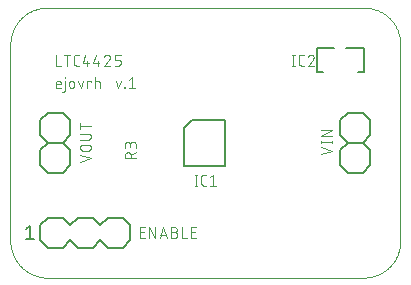
<source format=gto>
G75*
%MOIN*%
%OFA0B0*%
%FSLAX25Y25*%
%IPPOS*%
%LPD*%
%AMOC8*
5,1,8,0,0,1.08239X$1,22.5*
%
%ADD10C,0.00394*%
%ADD11C,0.00400*%
%ADD12C,0.00300*%
%ADD13C,0.00500*%
%ADD14C,0.00600*%
D10*
X0014300Y0023933D02*
X0014001Y0023931D01*
X0013702Y0023936D01*
X0013403Y0023949D01*
X0013105Y0023969D01*
X0012807Y0023996D01*
X0012510Y0024030D01*
X0012214Y0024072D01*
X0011919Y0024121D01*
X0011625Y0024177D01*
X0011333Y0024240D01*
X0011042Y0024310D01*
X0010753Y0024388D01*
X0010466Y0024472D01*
X0010181Y0024563D01*
X0009899Y0024661D01*
X0009619Y0024766D01*
X0009342Y0024878D01*
X0009067Y0024997D01*
X0008796Y0025122D01*
X0008527Y0025254D01*
X0008262Y0025392D01*
X0008000Y0025537D01*
X0007742Y0025688D01*
X0007488Y0025845D01*
X0007237Y0026009D01*
X0006991Y0026178D01*
X0006749Y0026353D01*
X0006511Y0026535D01*
X0006278Y0026722D01*
X0006049Y0026914D01*
X0005825Y0027113D01*
X0005606Y0027316D01*
X0005392Y0027525D01*
X0005183Y0027739D01*
X0004980Y0027958D01*
X0004781Y0028182D01*
X0004589Y0028411D01*
X0004402Y0028644D01*
X0004220Y0028882D01*
X0004045Y0029124D01*
X0003876Y0029370D01*
X0003712Y0029621D01*
X0003555Y0029875D01*
X0003404Y0030133D01*
X0003259Y0030395D01*
X0003121Y0030660D01*
X0002989Y0030929D01*
X0002864Y0031200D01*
X0002745Y0031475D01*
X0002633Y0031752D01*
X0002528Y0032032D01*
X0002430Y0032314D01*
X0002339Y0032599D01*
X0002255Y0032886D01*
X0002177Y0033175D01*
X0002107Y0033466D01*
X0002044Y0033758D01*
X0001988Y0034052D01*
X0001939Y0034347D01*
X0001897Y0034643D01*
X0001863Y0034940D01*
X0001836Y0035238D01*
X0001816Y0035536D01*
X0001803Y0035835D01*
X0001798Y0036134D01*
X0001800Y0036433D01*
X0001800Y0101433D02*
X0001798Y0101732D01*
X0001803Y0102031D01*
X0001816Y0102330D01*
X0001836Y0102628D01*
X0001863Y0102926D01*
X0001897Y0103223D01*
X0001939Y0103519D01*
X0001988Y0103814D01*
X0002044Y0104108D01*
X0002107Y0104400D01*
X0002177Y0104691D01*
X0002255Y0104980D01*
X0002339Y0105267D01*
X0002430Y0105552D01*
X0002528Y0105834D01*
X0002633Y0106114D01*
X0002745Y0106391D01*
X0002864Y0106666D01*
X0002989Y0106937D01*
X0003121Y0107206D01*
X0003259Y0107471D01*
X0003404Y0107733D01*
X0003555Y0107991D01*
X0003712Y0108245D01*
X0003876Y0108496D01*
X0004045Y0108742D01*
X0004220Y0108984D01*
X0004402Y0109222D01*
X0004589Y0109455D01*
X0004781Y0109684D01*
X0004980Y0109908D01*
X0005183Y0110127D01*
X0005392Y0110341D01*
X0005606Y0110550D01*
X0005825Y0110753D01*
X0006049Y0110952D01*
X0006278Y0111144D01*
X0006511Y0111331D01*
X0006749Y0111513D01*
X0006991Y0111688D01*
X0007237Y0111857D01*
X0007488Y0112021D01*
X0007742Y0112178D01*
X0008000Y0112329D01*
X0008262Y0112474D01*
X0008527Y0112612D01*
X0008796Y0112744D01*
X0009067Y0112869D01*
X0009342Y0112988D01*
X0009619Y0113100D01*
X0009899Y0113205D01*
X0010181Y0113303D01*
X0010466Y0113394D01*
X0010753Y0113478D01*
X0011042Y0113556D01*
X0011333Y0113626D01*
X0011625Y0113689D01*
X0011919Y0113745D01*
X0012214Y0113794D01*
X0012510Y0113836D01*
X0012807Y0113870D01*
X0013105Y0113897D01*
X0013403Y0113917D01*
X0013702Y0113930D01*
X0014001Y0113935D01*
X0014300Y0113933D01*
X0119300Y0113933D02*
X0119599Y0113935D01*
X0119898Y0113930D01*
X0120197Y0113917D01*
X0120495Y0113897D01*
X0120793Y0113870D01*
X0121090Y0113836D01*
X0121386Y0113794D01*
X0121681Y0113745D01*
X0121975Y0113689D01*
X0122267Y0113626D01*
X0122558Y0113556D01*
X0122847Y0113478D01*
X0123134Y0113394D01*
X0123419Y0113303D01*
X0123701Y0113205D01*
X0123981Y0113100D01*
X0124258Y0112988D01*
X0124533Y0112869D01*
X0124804Y0112744D01*
X0125073Y0112612D01*
X0125338Y0112474D01*
X0125600Y0112329D01*
X0125858Y0112178D01*
X0126112Y0112021D01*
X0126363Y0111857D01*
X0126609Y0111688D01*
X0126851Y0111513D01*
X0127089Y0111331D01*
X0127322Y0111144D01*
X0127551Y0110952D01*
X0127775Y0110753D01*
X0127994Y0110550D01*
X0128208Y0110341D01*
X0128417Y0110127D01*
X0128620Y0109908D01*
X0128819Y0109684D01*
X0129011Y0109455D01*
X0129198Y0109222D01*
X0129380Y0108984D01*
X0129555Y0108742D01*
X0129724Y0108496D01*
X0129888Y0108245D01*
X0130045Y0107991D01*
X0130196Y0107733D01*
X0130341Y0107471D01*
X0130479Y0107206D01*
X0130611Y0106937D01*
X0130736Y0106666D01*
X0130855Y0106391D01*
X0130967Y0106114D01*
X0131072Y0105834D01*
X0131170Y0105552D01*
X0131261Y0105267D01*
X0131345Y0104980D01*
X0131423Y0104691D01*
X0131493Y0104400D01*
X0131556Y0104108D01*
X0131612Y0103814D01*
X0131661Y0103519D01*
X0131703Y0103223D01*
X0131737Y0102926D01*
X0131764Y0102628D01*
X0131784Y0102330D01*
X0131797Y0102031D01*
X0131802Y0101732D01*
X0131800Y0101433D01*
X0131800Y0036433D02*
X0131802Y0036134D01*
X0131797Y0035835D01*
X0131784Y0035536D01*
X0131764Y0035238D01*
X0131737Y0034940D01*
X0131703Y0034643D01*
X0131661Y0034347D01*
X0131612Y0034052D01*
X0131556Y0033758D01*
X0131493Y0033466D01*
X0131423Y0033175D01*
X0131345Y0032886D01*
X0131261Y0032599D01*
X0131170Y0032314D01*
X0131072Y0032032D01*
X0130967Y0031752D01*
X0130855Y0031475D01*
X0130736Y0031200D01*
X0130611Y0030929D01*
X0130479Y0030660D01*
X0130341Y0030395D01*
X0130196Y0030133D01*
X0130045Y0029875D01*
X0129888Y0029621D01*
X0129724Y0029370D01*
X0129555Y0029124D01*
X0129380Y0028882D01*
X0129198Y0028644D01*
X0129011Y0028411D01*
X0128819Y0028182D01*
X0128620Y0027958D01*
X0128417Y0027739D01*
X0128208Y0027525D01*
X0127994Y0027316D01*
X0127775Y0027113D01*
X0127551Y0026914D01*
X0127322Y0026722D01*
X0127089Y0026535D01*
X0126851Y0026353D01*
X0126609Y0026178D01*
X0126363Y0026009D01*
X0126112Y0025845D01*
X0125858Y0025688D01*
X0125600Y0025537D01*
X0125338Y0025392D01*
X0125073Y0025254D01*
X0124804Y0025122D01*
X0124533Y0024997D01*
X0124258Y0024878D01*
X0123981Y0024766D01*
X0123701Y0024661D01*
X0123419Y0024563D01*
X0123134Y0024472D01*
X0122847Y0024388D01*
X0122558Y0024310D01*
X0122267Y0024240D01*
X0121975Y0024177D01*
X0121681Y0024121D01*
X0121386Y0024072D01*
X0121090Y0024030D01*
X0120793Y0023996D01*
X0120495Y0023969D01*
X0120197Y0023949D01*
X0119898Y0023936D01*
X0119599Y0023931D01*
X0119300Y0023933D01*
D11*
X0014300Y0023933D01*
X0001800Y0036433D02*
X0001800Y0101433D01*
X0014300Y0113933D02*
X0119300Y0113933D01*
X0131800Y0101433D02*
X0131800Y0036433D01*
D12*
X0108919Y0066214D02*
X0105281Y0065002D01*
X0105281Y0067427D02*
X0108919Y0066214D01*
X0108919Y0068645D02*
X0108919Y0069453D01*
X0108919Y0069049D02*
X0105281Y0069049D01*
X0105281Y0068645D02*
X0105281Y0069453D01*
X0105281Y0070992D02*
X0108919Y0073012D01*
X0105281Y0073012D01*
X0105281Y0070992D02*
X0108919Y0070992D01*
X0102901Y0094615D02*
X0100880Y0094615D01*
X0102598Y0096635D01*
X0101992Y0098251D02*
X0101925Y0098249D01*
X0101859Y0098243D01*
X0101793Y0098234D01*
X0101727Y0098221D01*
X0101663Y0098204D01*
X0101599Y0098183D01*
X0101537Y0098159D01*
X0101476Y0098131D01*
X0101417Y0098100D01*
X0101360Y0098065D01*
X0101305Y0098028D01*
X0101252Y0097987D01*
X0101202Y0097943D01*
X0101154Y0097897D01*
X0101109Y0097847D01*
X0101067Y0097796D01*
X0101027Y0097742D01*
X0100991Y0097685D01*
X0100959Y0097627D01*
X0100929Y0097567D01*
X0100903Y0097506D01*
X0100881Y0097443D01*
X0102598Y0096635D02*
X0102641Y0096678D01*
X0102680Y0096724D01*
X0102717Y0096772D01*
X0102751Y0096823D01*
X0102782Y0096875D01*
X0102810Y0096929D01*
X0102834Y0096985D01*
X0102854Y0097043D01*
X0102871Y0097101D01*
X0102884Y0097160D01*
X0102893Y0097221D01*
X0102899Y0097281D01*
X0102901Y0097342D01*
X0102899Y0097401D01*
X0102893Y0097461D01*
X0102884Y0097519D01*
X0102870Y0097577D01*
X0102853Y0097634D01*
X0102832Y0097690D01*
X0102807Y0097744D01*
X0102779Y0097797D01*
X0102748Y0097847D01*
X0102713Y0097895D01*
X0102675Y0097941D01*
X0102635Y0097985D01*
X0102591Y0098025D01*
X0102545Y0098063D01*
X0102497Y0098098D01*
X0102447Y0098129D01*
X0102394Y0098157D01*
X0102340Y0098182D01*
X0102284Y0098203D01*
X0102227Y0098220D01*
X0102169Y0098234D01*
X0102111Y0098243D01*
X0102051Y0098249D01*
X0101992Y0098251D01*
X0099534Y0098252D02*
X0098726Y0098252D01*
X0098726Y0098251D02*
X0098671Y0098249D01*
X0098616Y0098243D01*
X0098562Y0098234D01*
X0098508Y0098221D01*
X0098455Y0098204D01*
X0098404Y0098184D01*
X0098354Y0098160D01*
X0098306Y0098133D01*
X0098260Y0098103D01*
X0098216Y0098070D01*
X0098174Y0098034D01*
X0098135Y0097994D01*
X0098099Y0097953D01*
X0098066Y0097909D01*
X0098036Y0097863D01*
X0098009Y0097815D01*
X0097985Y0097765D01*
X0097965Y0097714D01*
X0097948Y0097661D01*
X0097935Y0097607D01*
X0097926Y0097553D01*
X0097920Y0097498D01*
X0097918Y0097443D01*
X0097918Y0095423D01*
X0097920Y0095368D01*
X0097926Y0095313D01*
X0097935Y0095259D01*
X0097948Y0095205D01*
X0097965Y0095152D01*
X0097985Y0095101D01*
X0098009Y0095051D01*
X0098036Y0095003D01*
X0098066Y0094957D01*
X0098099Y0094913D01*
X0098135Y0094871D01*
X0098174Y0094832D01*
X0098216Y0094796D01*
X0098260Y0094763D01*
X0098306Y0094733D01*
X0098354Y0094706D01*
X0098404Y0094682D01*
X0098455Y0094662D01*
X0098508Y0094645D01*
X0098562Y0094632D01*
X0098616Y0094623D01*
X0098671Y0094617D01*
X0098726Y0094615D01*
X0099534Y0094615D01*
X0096507Y0094615D02*
X0095699Y0094615D01*
X0096103Y0094615D02*
X0096103Y0098252D01*
X0095699Y0098252D02*
X0096507Y0098252D01*
X0043375Y0087115D02*
X0041354Y0087115D01*
X0042364Y0087115D02*
X0042364Y0090752D01*
X0041354Y0089943D01*
X0038566Y0089539D02*
X0037758Y0087115D01*
X0036950Y0089539D01*
X0039783Y0087317D02*
X0039985Y0087317D01*
X0039985Y0087115D01*
X0039783Y0087115D01*
X0039783Y0087317D01*
X0031559Y0087115D02*
X0031559Y0088933D01*
X0031558Y0088933D02*
X0031556Y0088981D01*
X0031551Y0089028D01*
X0031541Y0089074D01*
X0031528Y0089120D01*
X0031512Y0089165D01*
X0031492Y0089208D01*
X0031469Y0089250D01*
X0031442Y0089289D01*
X0031413Y0089327D01*
X0031381Y0089362D01*
X0031346Y0089394D01*
X0031308Y0089423D01*
X0031269Y0089450D01*
X0031227Y0089473D01*
X0031184Y0089493D01*
X0031139Y0089509D01*
X0031093Y0089522D01*
X0031047Y0089532D01*
X0031000Y0089537D01*
X0030952Y0089539D01*
X0029942Y0089539D01*
X0029942Y0090752D02*
X0029942Y0087115D01*
X0028694Y0089135D02*
X0028694Y0089539D01*
X0027482Y0089539D01*
X0027482Y0087115D01*
X0025199Y0087115D02*
X0026007Y0089539D01*
X0024391Y0089539D02*
X0025199Y0087115D01*
X0023055Y0087923D02*
X0023055Y0088731D01*
X0023054Y0088731D02*
X0023052Y0088786D01*
X0023046Y0088841D01*
X0023037Y0088895D01*
X0023024Y0088949D01*
X0023007Y0089002D01*
X0022987Y0089053D01*
X0022963Y0089103D01*
X0022936Y0089151D01*
X0022906Y0089197D01*
X0022873Y0089241D01*
X0022837Y0089283D01*
X0022798Y0089322D01*
X0022756Y0089358D01*
X0022712Y0089391D01*
X0022666Y0089421D01*
X0022618Y0089448D01*
X0022568Y0089472D01*
X0022517Y0089492D01*
X0022464Y0089509D01*
X0022410Y0089522D01*
X0022356Y0089531D01*
X0022301Y0089537D01*
X0022246Y0089539D01*
X0022191Y0089537D01*
X0022136Y0089531D01*
X0022082Y0089522D01*
X0022028Y0089509D01*
X0021975Y0089492D01*
X0021924Y0089472D01*
X0021874Y0089448D01*
X0021826Y0089421D01*
X0021780Y0089391D01*
X0021736Y0089358D01*
X0021694Y0089322D01*
X0021655Y0089283D01*
X0021619Y0089241D01*
X0021586Y0089197D01*
X0021556Y0089151D01*
X0021529Y0089103D01*
X0021505Y0089053D01*
X0021485Y0089002D01*
X0021468Y0088949D01*
X0021455Y0088895D01*
X0021446Y0088841D01*
X0021440Y0088786D01*
X0021438Y0088731D01*
X0021438Y0087923D01*
X0021440Y0087868D01*
X0021446Y0087813D01*
X0021455Y0087759D01*
X0021468Y0087705D01*
X0021485Y0087652D01*
X0021505Y0087601D01*
X0021529Y0087551D01*
X0021556Y0087503D01*
X0021586Y0087457D01*
X0021619Y0087413D01*
X0021655Y0087371D01*
X0021694Y0087332D01*
X0021736Y0087296D01*
X0021780Y0087263D01*
X0021826Y0087233D01*
X0021874Y0087206D01*
X0021924Y0087182D01*
X0021975Y0087162D01*
X0022028Y0087145D01*
X0022082Y0087132D01*
X0022136Y0087123D01*
X0022191Y0087117D01*
X0022246Y0087115D01*
X0022301Y0087117D01*
X0022356Y0087123D01*
X0022410Y0087132D01*
X0022464Y0087145D01*
X0022517Y0087162D01*
X0022568Y0087182D01*
X0022618Y0087206D01*
X0022666Y0087233D01*
X0022712Y0087263D01*
X0022756Y0087296D01*
X0022798Y0087332D01*
X0022837Y0087371D01*
X0022873Y0087413D01*
X0022906Y0087457D01*
X0022936Y0087503D01*
X0022963Y0087551D01*
X0022987Y0087601D01*
X0023007Y0087652D01*
X0023024Y0087705D01*
X0023037Y0087759D01*
X0023046Y0087813D01*
X0023052Y0087868D01*
X0023054Y0087923D01*
X0019943Y0086508D02*
X0019943Y0089539D01*
X0020044Y0090550D02*
X0019841Y0090550D01*
X0019841Y0090752D01*
X0020044Y0090752D01*
X0020044Y0090550D01*
X0018566Y0088731D02*
X0018566Y0088327D01*
X0016950Y0088327D01*
X0016950Y0088731D02*
X0016950Y0087721D01*
X0016952Y0087673D01*
X0016957Y0087626D01*
X0016967Y0087580D01*
X0016980Y0087534D01*
X0016996Y0087489D01*
X0017016Y0087446D01*
X0017039Y0087404D01*
X0017066Y0087365D01*
X0017095Y0087327D01*
X0017127Y0087292D01*
X0017162Y0087260D01*
X0017200Y0087231D01*
X0017239Y0087204D01*
X0017281Y0087181D01*
X0017324Y0087161D01*
X0017369Y0087145D01*
X0017415Y0087132D01*
X0017461Y0087122D01*
X0017508Y0087117D01*
X0017556Y0087115D01*
X0018566Y0087115D01*
X0019336Y0085902D02*
X0019384Y0085904D01*
X0019431Y0085909D01*
X0019477Y0085919D01*
X0019523Y0085932D01*
X0019568Y0085948D01*
X0019611Y0085968D01*
X0019653Y0085991D01*
X0019692Y0086018D01*
X0019730Y0086047D01*
X0019765Y0086079D01*
X0019797Y0086114D01*
X0019826Y0086152D01*
X0019853Y0086191D01*
X0019876Y0086233D01*
X0019896Y0086276D01*
X0019912Y0086321D01*
X0019925Y0086367D01*
X0019935Y0086413D01*
X0019940Y0086460D01*
X0019942Y0086508D01*
X0019336Y0085902D02*
X0019134Y0085902D01*
X0018566Y0088731D02*
X0018564Y0088786D01*
X0018558Y0088841D01*
X0018549Y0088895D01*
X0018536Y0088949D01*
X0018519Y0089002D01*
X0018499Y0089053D01*
X0018475Y0089103D01*
X0018448Y0089151D01*
X0018418Y0089197D01*
X0018385Y0089241D01*
X0018349Y0089283D01*
X0018310Y0089322D01*
X0018268Y0089358D01*
X0018224Y0089391D01*
X0018178Y0089421D01*
X0018130Y0089448D01*
X0018080Y0089472D01*
X0018029Y0089492D01*
X0017976Y0089509D01*
X0017922Y0089522D01*
X0017868Y0089531D01*
X0017813Y0089537D01*
X0017758Y0089539D01*
X0017703Y0089537D01*
X0017648Y0089531D01*
X0017594Y0089522D01*
X0017540Y0089509D01*
X0017487Y0089492D01*
X0017436Y0089472D01*
X0017386Y0089448D01*
X0017338Y0089421D01*
X0017292Y0089391D01*
X0017248Y0089358D01*
X0017206Y0089322D01*
X0017167Y0089283D01*
X0017131Y0089241D01*
X0017098Y0089197D01*
X0017068Y0089151D01*
X0017041Y0089103D01*
X0017017Y0089053D01*
X0016997Y0089002D01*
X0016980Y0088949D01*
X0016967Y0088895D01*
X0016958Y0088841D01*
X0016952Y0088786D01*
X0016950Y0088731D01*
X0016950Y0094615D02*
X0018566Y0094615D01*
X0016950Y0094615D02*
X0016950Y0098252D01*
X0019660Y0098252D02*
X0021680Y0098252D01*
X0020670Y0098252D02*
X0020670Y0094615D01*
X0022957Y0095423D02*
X0022957Y0097443D01*
X0022959Y0097498D01*
X0022965Y0097553D01*
X0022974Y0097607D01*
X0022987Y0097661D01*
X0023004Y0097714D01*
X0023024Y0097765D01*
X0023048Y0097815D01*
X0023075Y0097863D01*
X0023105Y0097909D01*
X0023138Y0097953D01*
X0023174Y0097994D01*
X0023213Y0098034D01*
X0023255Y0098070D01*
X0023299Y0098103D01*
X0023345Y0098133D01*
X0023393Y0098160D01*
X0023443Y0098184D01*
X0023494Y0098204D01*
X0023547Y0098221D01*
X0023601Y0098234D01*
X0023655Y0098243D01*
X0023710Y0098249D01*
X0023765Y0098251D01*
X0023765Y0098252D02*
X0024573Y0098252D01*
X0026728Y0098252D02*
X0025920Y0095423D01*
X0027940Y0095423D01*
X0027334Y0096231D02*
X0027334Y0094615D01*
X0024573Y0094615D02*
X0023765Y0094615D01*
X0023710Y0094617D01*
X0023655Y0094623D01*
X0023601Y0094632D01*
X0023547Y0094645D01*
X0023494Y0094662D01*
X0023443Y0094682D01*
X0023393Y0094706D01*
X0023345Y0094733D01*
X0023299Y0094763D01*
X0023255Y0094796D01*
X0023213Y0094832D01*
X0023174Y0094871D01*
X0023138Y0094913D01*
X0023105Y0094957D01*
X0023075Y0095003D01*
X0023048Y0095051D01*
X0023024Y0095101D01*
X0023004Y0095152D01*
X0022987Y0095205D01*
X0022974Y0095259D01*
X0022965Y0095313D01*
X0022959Y0095368D01*
X0022957Y0095423D01*
X0029463Y0095423D02*
X0031483Y0095423D01*
X0030877Y0096231D02*
X0030877Y0094615D01*
X0029463Y0095423D02*
X0030271Y0098252D01*
X0034724Y0096635D02*
X0034767Y0096678D01*
X0034806Y0096724D01*
X0034843Y0096772D01*
X0034877Y0096823D01*
X0034908Y0096875D01*
X0034936Y0096929D01*
X0034960Y0096985D01*
X0034980Y0097043D01*
X0034997Y0097101D01*
X0035010Y0097160D01*
X0035019Y0097221D01*
X0035025Y0097281D01*
X0035027Y0097342D01*
X0034724Y0096635D02*
X0033006Y0094615D01*
X0035027Y0094615D01*
X0036549Y0094615D02*
X0037762Y0094615D01*
X0037817Y0094617D01*
X0037872Y0094623D01*
X0037926Y0094632D01*
X0037980Y0094645D01*
X0038033Y0094662D01*
X0038084Y0094682D01*
X0038134Y0094706D01*
X0038182Y0094733D01*
X0038228Y0094763D01*
X0038272Y0094796D01*
X0038313Y0094832D01*
X0038353Y0094871D01*
X0038389Y0094913D01*
X0038422Y0094957D01*
X0038452Y0095003D01*
X0038479Y0095051D01*
X0038503Y0095101D01*
X0038523Y0095152D01*
X0038540Y0095205D01*
X0038553Y0095259D01*
X0038562Y0095313D01*
X0038568Y0095368D01*
X0038570Y0095423D01*
X0038570Y0095827D01*
X0038568Y0095882D01*
X0038562Y0095937D01*
X0038553Y0095991D01*
X0038540Y0096045D01*
X0038523Y0096098D01*
X0038503Y0096149D01*
X0038479Y0096199D01*
X0038452Y0096247D01*
X0038422Y0096293D01*
X0038389Y0096337D01*
X0038353Y0096379D01*
X0038314Y0096418D01*
X0038272Y0096454D01*
X0038228Y0096487D01*
X0038182Y0096517D01*
X0038134Y0096544D01*
X0038084Y0096568D01*
X0038033Y0096588D01*
X0037980Y0096605D01*
X0037926Y0096618D01*
X0037872Y0096627D01*
X0037817Y0096633D01*
X0037762Y0096635D01*
X0036549Y0096635D01*
X0036549Y0098252D01*
X0038570Y0098252D01*
X0035026Y0097342D02*
X0035024Y0097401D01*
X0035018Y0097461D01*
X0035009Y0097519D01*
X0034995Y0097577D01*
X0034978Y0097634D01*
X0034957Y0097690D01*
X0034932Y0097744D01*
X0034904Y0097797D01*
X0034873Y0097847D01*
X0034838Y0097895D01*
X0034800Y0097941D01*
X0034760Y0097985D01*
X0034716Y0098025D01*
X0034670Y0098063D01*
X0034622Y0098098D01*
X0034572Y0098129D01*
X0034519Y0098157D01*
X0034465Y0098182D01*
X0034409Y0098203D01*
X0034352Y0098220D01*
X0034294Y0098234D01*
X0034236Y0098243D01*
X0034176Y0098249D01*
X0034117Y0098251D01*
X0034050Y0098249D01*
X0033984Y0098243D01*
X0033918Y0098234D01*
X0033852Y0098221D01*
X0033788Y0098204D01*
X0033724Y0098183D01*
X0033662Y0098159D01*
X0033601Y0098131D01*
X0033542Y0098100D01*
X0033485Y0098065D01*
X0033430Y0098028D01*
X0033377Y0097987D01*
X0033327Y0097943D01*
X0033279Y0097897D01*
X0033234Y0097847D01*
X0033192Y0097796D01*
X0033152Y0097742D01*
X0033116Y0097685D01*
X0033084Y0097627D01*
X0033054Y0097567D01*
X0033028Y0097506D01*
X0033006Y0097443D01*
X0024981Y0075359D02*
X0024981Y0073339D01*
X0024981Y0074349D02*
X0028619Y0074349D01*
X0027608Y0071934D02*
X0024981Y0071934D01*
X0027608Y0071934D02*
X0027670Y0071932D01*
X0027732Y0071926D01*
X0027794Y0071917D01*
X0027854Y0071903D01*
X0027914Y0071886D01*
X0027973Y0071866D01*
X0028030Y0071842D01*
X0028086Y0071814D01*
X0028140Y0071783D01*
X0028192Y0071748D01*
X0028241Y0071711D01*
X0028288Y0071670D01*
X0028333Y0071627D01*
X0028375Y0071581D01*
X0028414Y0071533D01*
X0028450Y0071482D01*
X0028483Y0071429D01*
X0028512Y0071374D01*
X0028538Y0071318D01*
X0028561Y0071260D01*
X0028579Y0071200D01*
X0028595Y0071140D01*
X0028606Y0071079D01*
X0028614Y0071017D01*
X0028618Y0070955D01*
X0028618Y0070893D01*
X0028614Y0070831D01*
X0028606Y0070769D01*
X0028595Y0070708D01*
X0028579Y0070648D01*
X0028561Y0070588D01*
X0028538Y0070530D01*
X0028512Y0070474D01*
X0028483Y0070419D01*
X0028450Y0070366D01*
X0028414Y0070315D01*
X0028375Y0070267D01*
X0028333Y0070221D01*
X0028288Y0070178D01*
X0028241Y0070137D01*
X0028192Y0070100D01*
X0028140Y0070065D01*
X0028086Y0070034D01*
X0028030Y0070006D01*
X0027973Y0069982D01*
X0027914Y0069962D01*
X0027854Y0069945D01*
X0027794Y0069931D01*
X0027732Y0069922D01*
X0027670Y0069916D01*
X0027608Y0069914D01*
X0024981Y0069914D01*
X0025992Y0068273D02*
X0027608Y0068273D01*
X0027608Y0068272D02*
X0027670Y0068270D01*
X0027732Y0068264D01*
X0027794Y0068255D01*
X0027854Y0068241D01*
X0027914Y0068224D01*
X0027973Y0068204D01*
X0028030Y0068180D01*
X0028086Y0068152D01*
X0028140Y0068121D01*
X0028192Y0068086D01*
X0028241Y0068049D01*
X0028288Y0068008D01*
X0028333Y0067965D01*
X0028375Y0067919D01*
X0028414Y0067871D01*
X0028450Y0067820D01*
X0028483Y0067767D01*
X0028512Y0067712D01*
X0028538Y0067656D01*
X0028561Y0067598D01*
X0028579Y0067538D01*
X0028595Y0067478D01*
X0028606Y0067417D01*
X0028614Y0067355D01*
X0028618Y0067293D01*
X0028618Y0067231D01*
X0028614Y0067169D01*
X0028606Y0067107D01*
X0028595Y0067046D01*
X0028579Y0066986D01*
X0028561Y0066926D01*
X0028538Y0066868D01*
X0028512Y0066812D01*
X0028483Y0066757D01*
X0028450Y0066704D01*
X0028414Y0066653D01*
X0028375Y0066605D01*
X0028333Y0066559D01*
X0028288Y0066516D01*
X0028241Y0066475D01*
X0028192Y0066438D01*
X0028140Y0066403D01*
X0028086Y0066372D01*
X0028030Y0066344D01*
X0027973Y0066320D01*
X0027914Y0066300D01*
X0027854Y0066283D01*
X0027794Y0066269D01*
X0027732Y0066260D01*
X0027670Y0066254D01*
X0027608Y0066252D01*
X0025992Y0066252D01*
X0025930Y0066254D01*
X0025868Y0066260D01*
X0025806Y0066269D01*
X0025746Y0066283D01*
X0025686Y0066300D01*
X0025627Y0066320D01*
X0025570Y0066344D01*
X0025514Y0066372D01*
X0025460Y0066403D01*
X0025408Y0066438D01*
X0025359Y0066475D01*
X0025312Y0066516D01*
X0025267Y0066559D01*
X0025225Y0066605D01*
X0025186Y0066653D01*
X0025150Y0066704D01*
X0025117Y0066757D01*
X0025088Y0066812D01*
X0025062Y0066868D01*
X0025039Y0066926D01*
X0025021Y0066986D01*
X0025005Y0067046D01*
X0024994Y0067107D01*
X0024986Y0067169D01*
X0024982Y0067231D01*
X0024982Y0067293D01*
X0024986Y0067355D01*
X0024994Y0067417D01*
X0025005Y0067478D01*
X0025021Y0067538D01*
X0025039Y0067598D01*
X0025062Y0067656D01*
X0025088Y0067712D01*
X0025117Y0067767D01*
X0025150Y0067820D01*
X0025186Y0067871D01*
X0025225Y0067919D01*
X0025267Y0067965D01*
X0025312Y0068008D01*
X0025359Y0068049D01*
X0025408Y0068086D01*
X0025460Y0068121D01*
X0025514Y0068152D01*
X0025570Y0068180D01*
X0025627Y0068204D01*
X0025686Y0068224D01*
X0025746Y0068241D01*
X0025806Y0068255D01*
X0025868Y0068264D01*
X0025930Y0068270D01*
X0025992Y0068272D01*
X0024981Y0064931D02*
X0028619Y0063719D01*
X0024981Y0062507D01*
X0039981Y0063662D02*
X0039981Y0064673D01*
X0039981Y0063662D02*
X0043619Y0063662D01*
X0042002Y0063662D02*
X0042002Y0064673D01*
X0042002Y0064875D02*
X0043619Y0065683D01*
X0042002Y0064673D02*
X0042000Y0064735D01*
X0041994Y0064797D01*
X0041985Y0064859D01*
X0041971Y0064919D01*
X0041954Y0064979D01*
X0041934Y0065038D01*
X0041910Y0065095D01*
X0041882Y0065151D01*
X0041851Y0065205D01*
X0041816Y0065257D01*
X0041779Y0065306D01*
X0041738Y0065353D01*
X0041695Y0065398D01*
X0041649Y0065440D01*
X0041601Y0065479D01*
X0041550Y0065515D01*
X0041497Y0065548D01*
X0041442Y0065577D01*
X0041386Y0065603D01*
X0041328Y0065626D01*
X0041268Y0065644D01*
X0041208Y0065660D01*
X0041147Y0065671D01*
X0041085Y0065679D01*
X0041023Y0065683D01*
X0040961Y0065683D01*
X0040899Y0065679D01*
X0040837Y0065671D01*
X0040776Y0065660D01*
X0040716Y0065644D01*
X0040656Y0065626D01*
X0040598Y0065603D01*
X0040542Y0065577D01*
X0040487Y0065548D01*
X0040434Y0065515D01*
X0040383Y0065479D01*
X0040335Y0065440D01*
X0040289Y0065398D01*
X0040246Y0065353D01*
X0040205Y0065306D01*
X0040168Y0065257D01*
X0040133Y0065205D01*
X0040102Y0065151D01*
X0040074Y0065095D01*
X0040050Y0065038D01*
X0040030Y0064979D01*
X0040013Y0064919D01*
X0039999Y0064859D01*
X0039990Y0064797D01*
X0039984Y0064735D01*
X0039982Y0064673D01*
X0039981Y0067183D02*
X0039981Y0068396D01*
X0039982Y0068396D02*
X0039984Y0068451D01*
X0039990Y0068506D01*
X0039999Y0068560D01*
X0040012Y0068614D01*
X0040029Y0068667D01*
X0040049Y0068718D01*
X0040073Y0068768D01*
X0040100Y0068816D01*
X0040130Y0068862D01*
X0040163Y0068906D01*
X0040199Y0068948D01*
X0040238Y0068987D01*
X0040280Y0069023D01*
X0040324Y0069056D01*
X0040370Y0069086D01*
X0040418Y0069113D01*
X0040468Y0069137D01*
X0040519Y0069157D01*
X0040572Y0069174D01*
X0040626Y0069187D01*
X0040680Y0069196D01*
X0040735Y0069202D01*
X0040790Y0069204D01*
X0040845Y0069202D01*
X0040900Y0069196D01*
X0040954Y0069187D01*
X0041008Y0069174D01*
X0041061Y0069157D01*
X0041112Y0069137D01*
X0041162Y0069113D01*
X0041210Y0069086D01*
X0041256Y0069056D01*
X0041300Y0069023D01*
X0041342Y0068987D01*
X0041381Y0068948D01*
X0041417Y0068906D01*
X0041450Y0068862D01*
X0041480Y0068816D01*
X0041507Y0068768D01*
X0041531Y0068718D01*
X0041551Y0068667D01*
X0041568Y0068614D01*
X0041581Y0068560D01*
X0041590Y0068506D01*
X0041596Y0068451D01*
X0041598Y0068396D01*
X0041598Y0067587D01*
X0041598Y0068194D02*
X0041600Y0068256D01*
X0041606Y0068318D01*
X0041615Y0068380D01*
X0041629Y0068440D01*
X0041646Y0068500D01*
X0041666Y0068559D01*
X0041690Y0068616D01*
X0041718Y0068672D01*
X0041749Y0068726D01*
X0041784Y0068778D01*
X0041821Y0068827D01*
X0041862Y0068874D01*
X0041905Y0068919D01*
X0041951Y0068961D01*
X0041999Y0069000D01*
X0042050Y0069036D01*
X0042103Y0069069D01*
X0042158Y0069098D01*
X0042214Y0069124D01*
X0042272Y0069147D01*
X0042332Y0069165D01*
X0042392Y0069181D01*
X0042453Y0069192D01*
X0042515Y0069200D01*
X0042577Y0069204D01*
X0042639Y0069204D01*
X0042701Y0069200D01*
X0042763Y0069192D01*
X0042824Y0069181D01*
X0042884Y0069165D01*
X0042944Y0069147D01*
X0043002Y0069124D01*
X0043058Y0069098D01*
X0043113Y0069069D01*
X0043166Y0069036D01*
X0043217Y0069000D01*
X0043265Y0068961D01*
X0043311Y0068919D01*
X0043354Y0068874D01*
X0043395Y0068827D01*
X0043432Y0068778D01*
X0043467Y0068726D01*
X0043498Y0068672D01*
X0043526Y0068616D01*
X0043550Y0068559D01*
X0043570Y0068500D01*
X0043587Y0068440D01*
X0043601Y0068380D01*
X0043610Y0068318D01*
X0043616Y0068256D01*
X0043618Y0068194D01*
X0043619Y0068194D02*
X0043619Y0067183D01*
X0063199Y0058252D02*
X0064007Y0058252D01*
X0063603Y0058252D02*
X0063603Y0054615D01*
X0063199Y0054615D02*
X0064007Y0054615D01*
X0065418Y0055423D02*
X0065418Y0057443D01*
X0065420Y0057498D01*
X0065426Y0057553D01*
X0065435Y0057607D01*
X0065448Y0057661D01*
X0065465Y0057714D01*
X0065485Y0057765D01*
X0065509Y0057815D01*
X0065536Y0057863D01*
X0065566Y0057909D01*
X0065599Y0057953D01*
X0065635Y0057994D01*
X0065674Y0058034D01*
X0065716Y0058070D01*
X0065760Y0058103D01*
X0065806Y0058133D01*
X0065854Y0058160D01*
X0065904Y0058184D01*
X0065955Y0058204D01*
X0066008Y0058221D01*
X0066062Y0058234D01*
X0066116Y0058243D01*
X0066171Y0058249D01*
X0066226Y0058251D01*
X0066226Y0058252D02*
X0067034Y0058252D01*
X0068380Y0057443D02*
X0069391Y0058252D01*
X0069391Y0054615D01*
X0070401Y0054615D02*
X0068380Y0054615D01*
X0067034Y0054615D02*
X0066226Y0054615D01*
X0066171Y0054617D01*
X0066116Y0054623D01*
X0066062Y0054632D01*
X0066008Y0054645D01*
X0065955Y0054662D01*
X0065904Y0054682D01*
X0065854Y0054706D01*
X0065806Y0054733D01*
X0065760Y0054763D01*
X0065716Y0054796D01*
X0065674Y0054832D01*
X0065635Y0054871D01*
X0065599Y0054913D01*
X0065566Y0054957D01*
X0065536Y0055003D01*
X0065509Y0055051D01*
X0065485Y0055101D01*
X0065465Y0055152D01*
X0065448Y0055205D01*
X0065435Y0055259D01*
X0065426Y0055313D01*
X0065420Y0055368D01*
X0065418Y0055423D01*
X0063612Y0040752D02*
X0061996Y0040752D01*
X0061996Y0037115D01*
X0063612Y0037115D01*
X0063208Y0039135D02*
X0061996Y0039135D01*
X0060541Y0037115D02*
X0058925Y0037115D01*
X0058925Y0040752D01*
X0056436Y0040752D02*
X0055426Y0040752D01*
X0055426Y0037115D01*
X0056436Y0037115D01*
X0056498Y0037117D01*
X0056560Y0037123D01*
X0056622Y0037132D01*
X0056682Y0037146D01*
X0056742Y0037163D01*
X0056801Y0037183D01*
X0056858Y0037207D01*
X0056914Y0037235D01*
X0056968Y0037266D01*
X0057020Y0037301D01*
X0057069Y0037338D01*
X0057116Y0037379D01*
X0057161Y0037422D01*
X0057203Y0037468D01*
X0057242Y0037516D01*
X0057278Y0037567D01*
X0057311Y0037620D01*
X0057340Y0037675D01*
X0057366Y0037731D01*
X0057389Y0037789D01*
X0057407Y0037849D01*
X0057423Y0037909D01*
X0057434Y0037970D01*
X0057442Y0038032D01*
X0057446Y0038094D01*
X0057446Y0038156D01*
X0057442Y0038218D01*
X0057434Y0038280D01*
X0057423Y0038341D01*
X0057407Y0038401D01*
X0057389Y0038461D01*
X0057366Y0038519D01*
X0057340Y0038575D01*
X0057311Y0038630D01*
X0057278Y0038683D01*
X0057242Y0038734D01*
X0057203Y0038782D01*
X0057161Y0038828D01*
X0057116Y0038871D01*
X0057069Y0038912D01*
X0057020Y0038949D01*
X0056968Y0038984D01*
X0056914Y0039015D01*
X0056858Y0039043D01*
X0056801Y0039067D01*
X0056742Y0039087D01*
X0056682Y0039104D01*
X0056622Y0039118D01*
X0056560Y0039127D01*
X0056498Y0039133D01*
X0056436Y0039135D01*
X0055426Y0039135D01*
X0056436Y0039135D02*
X0056491Y0039137D01*
X0056546Y0039143D01*
X0056600Y0039152D01*
X0056654Y0039165D01*
X0056707Y0039182D01*
X0056758Y0039202D01*
X0056808Y0039226D01*
X0056856Y0039253D01*
X0056902Y0039283D01*
X0056946Y0039316D01*
X0056988Y0039352D01*
X0057027Y0039391D01*
X0057063Y0039433D01*
X0057096Y0039477D01*
X0057126Y0039523D01*
X0057153Y0039571D01*
X0057177Y0039621D01*
X0057197Y0039672D01*
X0057214Y0039725D01*
X0057227Y0039779D01*
X0057236Y0039833D01*
X0057242Y0039888D01*
X0057244Y0039943D01*
X0057242Y0039998D01*
X0057236Y0040053D01*
X0057227Y0040107D01*
X0057214Y0040161D01*
X0057197Y0040214D01*
X0057177Y0040265D01*
X0057153Y0040315D01*
X0057126Y0040363D01*
X0057096Y0040409D01*
X0057063Y0040453D01*
X0057027Y0040495D01*
X0056988Y0040534D01*
X0056946Y0040570D01*
X0056902Y0040603D01*
X0056856Y0040633D01*
X0056808Y0040660D01*
X0056758Y0040684D01*
X0056707Y0040704D01*
X0056654Y0040721D01*
X0056600Y0040734D01*
X0056546Y0040743D01*
X0056491Y0040749D01*
X0056436Y0040751D01*
X0052724Y0040752D02*
X0053936Y0037115D01*
X0053633Y0038024D02*
X0051814Y0038024D01*
X0051511Y0037115D02*
X0052724Y0040752D01*
X0050072Y0040752D02*
X0050072Y0037115D01*
X0048052Y0040752D01*
X0048052Y0037115D01*
X0046604Y0037115D02*
X0044988Y0037115D01*
X0044988Y0040752D01*
X0046604Y0040752D01*
X0046200Y0039135D02*
X0044988Y0039135D01*
D13*
X0059713Y0061059D02*
X0059713Y0073657D01*
X0062469Y0076413D01*
X0073493Y0076413D01*
X0073493Y0061059D01*
X0059713Y0061059D01*
X0103926Y0092496D02*
X0105894Y0092496D01*
X0103926Y0092496D02*
X0103926Y0100370D01*
X0109831Y0100370D01*
X0113769Y0100370D02*
X0119674Y0100370D01*
X0119674Y0092496D01*
X0117706Y0092496D01*
X0008300Y0041183D02*
X0008300Y0036683D01*
X0007050Y0036683D02*
X0009550Y0036683D01*
X0007050Y0040183D02*
X0008300Y0041183D01*
D14*
X0011800Y0041433D02*
X0014300Y0043933D01*
X0019300Y0043933D01*
X0021800Y0041433D01*
X0024300Y0043933D01*
X0029300Y0043933D01*
X0031800Y0041433D01*
X0034300Y0043933D01*
X0039300Y0043933D01*
X0041800Y0041433D01*
X0041800Y0036433D01*
X0039300Y0033933D01*
X0034300Y0033933D01*
X0031800Y0036433D01*
X0029300Y0033933D01*
X0024300Y0033933D01*
X0021800Y0036433D01*
X0019300Y0033933D01*
X0014300Y0033933D01*
X0011800Y0036433D01*
X0011800Y0041433D01*
X0014300Y0058933D02*
X0011800Y0061433D01*
X0011800Y0066433D01*
X0014300Y0068933D01*
X0011800Y0071433D01*
X0011800Y0076433D01*
X0014300Y0078933D01*
X0019300Y0078933D01*
X0021800Y0076433D01*
X0021800Y0071433D01*
X0019300Y0068933D01*
X0021800Y0066433D01*
X0021800Y0061433D01*
X0019300Y0058933D01*
X0014300Y0058933D01*
X0014300Y0068933D02*
X0019300Y0068933D01*
X0111800Y0066433D02*
X0111800Y0061433D01*
X0114300Y0058933D01*
X0119300Y0058933D01*
X0121800Y0061433D01*
X0121800Y0066433D01*
X0119300Y0068933D01*
X0121800Y0071433D01*
X0121800Y0076433D01*
X0119300Y0078933D01*
X0114300Y0078933D01*
X0111800Y0076433D01*
X0111800Y0071433D01*
X0114300Y0068933D01*
X0119300Y0068933D01*
X0114300Y0068933D02*
X0111800Y0066433D01*
M02*

</source>
